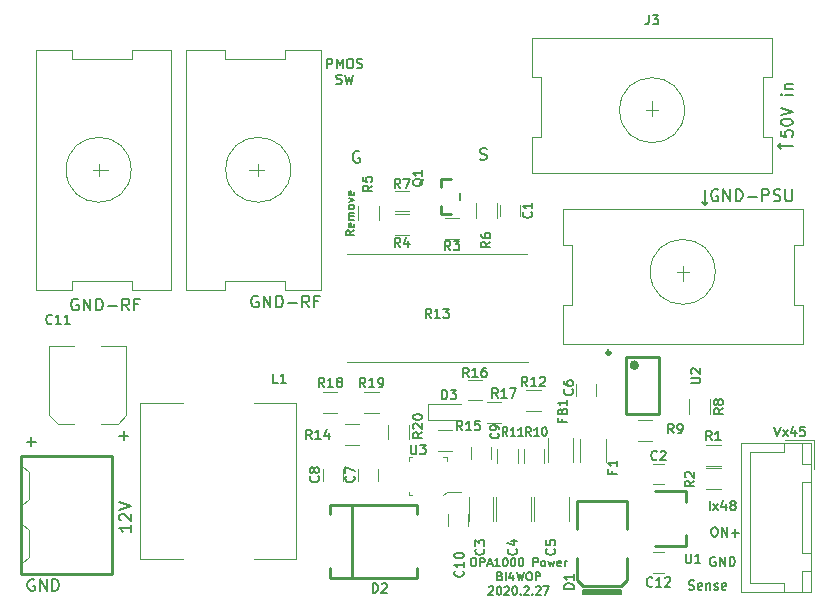
<source format=gbr>
%TF.GenerationSoftware,KiCad,Pcbnew,(5.1.4)-1*%
%TF.CreationDate,2020-02-28T22:37:56+08:00*%
%TF.ProjectId,power,706f7765-722e-46b6-9963-61645f706362,rev?*%
%TF.SameCoordinates,Original*%
%TF.FileFunction,Legend,Top*%
%TF.FilePolarity,Positive*%
%FSLAX46Y46*%
G04 Gerber Fmt 4.6, Leading zero omitted, Abs format (unit mm)*
G04 Created by KiCad (PCBNEW (5.1.4)-1) date 2020-02-28 22:37:56*
%MOMM*%
%LPD*%
G04 APERTURE LIST*
%ADD10C,0.150000*%
%ADD11C,0.120000*%
%ADD12C,0.254000*%
%ADD13C,0.100000*%
%ADD14C,0.300000*%
%ADD15C,0.400000*%
%ADD16C,0.200000*%
%ADD17C,0.250000*%
G04 APERTURE END LIST*
D10*
X48566666Y-36683333D02*
X48233333Y-36916666D01*
X48566666Y-37083333D02*
X47866666Y-37083333D01*
X47866666Y-36816666D01*
X47900000Y-36750000D01*
X47933333Y-36716666D01*
X48000000Y-36683333D01*
X48100000Y-36683333D01*
X48166666Y-36716666D01*
X48200000Y-36750000D01*
X48233333Y-36816666D01*
X48233333Y-37083333D01*
X48533333Y-36116666D02*
X48566666Y-36183333D01*
X48566666Y-36316666D01*
X48533333Y-36383333D01*
X48466666Y-36416666D01*
X48200000Y-36416666D01*
X48133333Y-36383333D01*
X48100000Y-36316666D01*
X48100000Y-36183333D01*
X48133333Y-36116666D01*
X48200000Y-36083333D01*
X48266666Y-36083333D01*
X48333333Y-36416666D01*
X48566666Y-35783333D02*
X48100000Y-35783333D01*
X48166666Y-35783333D02*
X48133333Y-35750000D01*
X48100000Y-35683333D01*
X48100000Y-35583333D01*
X48133333Y-35516666D01*
X48200000Y-35483333D01*
X48566666Y-35483333D01*
X48200000Y-35483333D02*
X48133333Y-35450000D01*
X48100000Y-35383333D01*
X48100000Y-35283333D01*
X48133333Y-35216666D01*
X48200000Y-35183333D01*
X48566666Y-35183333D01*
X48566666Y-34750000D02*
X48533333Y-34816666D01*
X48500000Y-34850000D01*
X48433333Y-34883333D01*
X48233333Y-34883333D01*
X48166666Y-34850000D01*
X48133333Y-34816666D01*
X48100000Y-34750000D01*
X48100000Y-34650000D01*
X48133333Y-34583333D01*
X48166666Y-34550000D01*
X48233333Y-34516666D01*
X48433333Y-34516666D01*
X48500000Y-34550000D01*
X48533333Y-34583333D01*
X48566666Y-34650000D01*
X48566666Y-34750000D01*
X48100000Y-34283333D02*
X48566666Y-34116666D01*
X48100000Y-33950000D01*
X48533333Y-33416666D02*
X48566666Y-33483333D01*
X48566666Y-33616666D01*
X48533333Y-33683333D01*
X48466666Y-33716666D01*
X48200000Y-33716666D01*
X48133333Y-33683333D01*
X48100000Y-33616666D01*
X48100000Y-33483333D01*
X48133333Y-33416666D01*
X48200000Y-33383333D01*
X48266666Y-33383333D01*
X48333333Y-33716666D01*
X58633333Y-64416666D02*
X58766666Y-64416666D01*
X58833333Y-64450000D01*
X58900000Y-64516666D01*
X58933333Y-64650000D01*
X58933333Y-64883333D01*
X58900000Y-65016666D01*
X58833333Y-65083333D01*
X58766666Y-65116666D01*
X58633333Y-65116666D01*
X58566666Y-65083333D01*
X58500000Y-65016666D01*
X58466666Y-64883333D01*
X58466666Y-64650000D01*
X58500000Y-64516666D01*
X58566666Y-64450000D01*
X58633333Y-64416666D01*
X59233333Y-65116666D02*
X59233333Y-64416666D01*
X59500000Y-64416666D01*
X59566666Y-64450000D01*
X59600000Y-64483333D01*
X59633333Y-64550000D01*
X59633333Y-64650000D01*
X59600000Y-64716666D01*
X59566666Y-64750000D01*
X59500000Y-64783333D01*
X59233333Y-64783333D01*
X59900000Y-64916666D02*
X60233333Y-64916666D01*
X59833333Y-65116666D02*
X60066666Y-64416666D01*
X60300000Y-65116666D01*
X60900000Y-65116666D02*
X60500000Y-65116666D01*
X60700000Y-65116666D02*
X60700000Y-64416666D01*
X60633333Y-64516666D01*
X60566666Y-64583333D01*
X60500000Y-64616666D01*
X61333333Y-64416666D02*
X61400000Y-64416666D01*
X61466666Y-64450000D01*
X61500000Y-64483333D01*
X61533333Y-64550000D01*
X61566666Y-64683333D01*
X61566666Y-64850000D01*
X61533333Y-64983333D01*
X61500000Y-65050000D01*
X61466666Y-65083333D01*
X61400000Y-65116666D01*
X61333333Y-65116666D01*
X61266666Y-65083333D01*
X61233333Y-65050000D01*
X61200000Y-64983333D01*
X61166666Y-64850000D01*
X61166666Y-64683333D01*
X61200000Y-64550000D01*
X61233333Y-64483333D01*
X61266666Y-64450000D01*
X61333333Y-64416666D01*
X62000000Y-64416666D02*
X62066666Y-64416666D01*
X62133333Y-64450000D01*
X62166666Y-64483333D01*
X62200000Y-64550000D01*
X62233333Y-64683333D01*
X62233333Y-64850000D01*
X62200000Y-64983333D01*
X62166666Y-65050000D01*
X62133333Y-65083333D01*
X62066666Y-65116666D01*
X62000000Y-65116666D01*
X61933333Y-65083333D01*
X61900000Y-65050000D01*
X61866666Y-64983333D01*
X61833333Y-64850000D01*
X61833333Y-64683333D01*
X61866666Y-64550000D01*
X61900000Y-64483333D01*
X61933333Y-64450000D01*
X62000000Y-64416666D01*
X62666666Y-64416666D02*
X62733333Y-64416666D01*
X62800000Y-64450000D01*
X62833333Y-64483333D01*
X62866666Y-64550000D01*
X62900000Y-64683333D01*
X62900000Y-64850000D01*
X62866666Y-64983333D01*
X62833333Y-65050000D01*
X62800000Y-65083333D01*
X62733333Y-65116666D01*
X62666666Y-65116666D01*
X62600000Y-65083333D01*
X62566666Y-65050000D01*
X62533333Y-64983333D01*
X62500000Y-64850000D01*
X62500000Y-64683333D01*
X62533333Y-64550000D01*
X62566666Y-64483333D01*
X62600000Y-64450000D01*
X62666666Y-64416666D01*
X63733333Y-65116666D02*
X63733333Y-64416666D01*
X64000000Y-64416666D01*
X64066666Y-64450000D01*
X64100000Y-64483333D01*
X64133333Y-64550000D01*
X64133333Y-64650000D01*
X64100000Y-64716666D01*
X64066666Y-64750000D01*
X64000000Y-64783333D01*
X63733333Y-64783333D01*
X64533333Y-65116666D02*
X64466666Y-65083333D01*
X64433333Y-65050000D01*
X64400000Y-64983333D01*
X64400000Y-64783333D01*
X64433333Y-64716666D01*
X64466666Y-64683333D01*
X64533333Y-64650000D01*
X64633333Y-64650000D01*
X64700000Y-64683333D01*
X64733333Y-64716666D01*
X64766666Y-64783333D01*
X64766666Y-64983333D01*
X64733333Y-65050000D01*
X64700000Y-65083333D01*
X64633333Y-65116666D01*
X64533333Y-65116666D01*
X65000000Y-64650000D02*
X65133333Y-65116666D01*
X65266666Y-64783333D01*
X65400000Y-65116666D01*
X65533333Y-64650000D01*
X66066666Y-65083333D02*
X66000000Y-65116666D01*
X65866666Y-65116666D01*
X65800000Y-65083333D01*
X65766666Y-65016666D01*
X65766666Y-64750000D01*
X65800000Y-64683333D01*
X65866666Y-64650000D01*
X66000000Y-64650000D01*
X66066666Y-64683333D01*
X66100000Y-64750000D01*
X66100000Y-64816666D01*
X65766666Y-64883333D01*
X66400000Y-65116666D02*
X66400000Y-64650000D01*
X66400000Y-64783333D02*
X66433333Y-64716666D01*
X66466666Y-64683333D01*
X66533333Y-64650000D01*
X66600000Y-64650000D01*
X60933333Y-65950000D02*
X61033333Y-65983333D01*
X61066666Y-66016666D01*
X61100000Y-66083333D01*
X61100000Y-66183333D01*
X61066666Y-66250000D01*
X61033333Y-66283333D01*
X60966666Y-66316666D01*
X60700000Y-66316666D01*
X60700000Y-65616666D01*
X60933333Y-65616666D01*
X61000000Y-65650000D01*
X61033333Y-65683333D01*
X61066666Y-65750000D01*
X61066666Y-65816666D01*
X61033333Y-65883333D01*
X61000000Y-65916666D01*
X60933333Y-65950000D01*
X60700000Y-65950000D01*
X61400000Y-66316666D02*
X61400000Y-65616666D01*
X62033333Y-65850000D02*
X62033333Y-66316666D01*
X61866666Y-65583333D02*
X61700000Y-66083333D01*
X62133333Y-66083333D01*
X62333333Y-65616666D02*
X62500000Y-66316666D01*
X62633333Y-65816666D01*
X62766666Y-66316666D01*
X62933333Y-65616666D01*
X63333333Y-65616666D02*
X63466666Y-65616666D01*
X63533333Y-65650000D01*
X63600000Y-65716666D01*
X63633333Y-65850000D01*
X63633333Y-66083333D01*
X63600000Y-66216666D01*
X63533333Y-66283333D01*
X63466666Y-66316666D01*
X63333333Y-66316666D01*
X63266666Y-66283333D01*
X63200000Y-66216666D01*
X63166666Y-66083333D01*
X63166666Y-65850000D01*
X63200000Y-65716666D01*
X63266666Y-65650000D01*
X63333333Y-65616666D01*
X63933333Y-66316666D02*
X63933333Y-65616666D01*
X64200000Y-65616666D01*
X64266666Y-65650000D01*
X64300000Y-65683333D01*
X64333333Y-65750000D01*
X64333333Y-65850000D01*
X64300000Y-65916666D01*
X64266666Y-65950000D01*
X64200000Y-65983333D01*
X63933333Y-65983333D01*
X59966666Y-66883333D02*
X60000000Y-66850000D01*
X60066666Y-66816666D01*
X60233333Y-66816666D01*
X60300000Y-66850000D01*
X60333333Y-66883333D01*
X60366666Y-66950000D01*
X60366666Y-67016666D01*
X60333333Y-67116666D01*
X59933333Y-67516666D01*
X60366666Y-67516666D01*
X60800000Y-66816666D02*
X60866666Y-66816666D01*
X60933333Y-66850000D01*
X60966666Y-66883333D01*
X61000000Y-66950000D01*
X61033333Y-67083333D01*
X61033333Y-67250000D01*
X61000000Y-67383333D01*
X60966666Y-67450000D01*
X60933333Y-67483333D01*
X60866666Y-67516666D01*
X60800000Y-67516666D01*
X60733333Y-67483333D01*
X60700000Y-67450000D01*
X60666666Y-67383333D01*
X60633333Y-67250000D01*
X60633333Y-67083333D01*
X60666666Y-66950000D01*
X60700000Y-66883333D01*
X60733333Y-66850000D01*
X60800000Y-66816666D01*
X61300000Y-66883333D02*
X61333333Y-66850000D01*
X61400000Y-66816666D01*
X61566666Y-66816666D01*
X61633333Y-66850000D01*
X61666666Y-66883333D01*
X61700000Y-66950000D01*
X61700000Y-67016666D01*
X61666666Y-67116666D01*
X61266666Y-67516666D01*
X61700000Y-67516666D01*
X62133333Y-66816666D02*
X62200000Y-66816666D01*
X62266666Y-66850000D01*
X62300000Y-66883333D01*
X62333333Y-66950000D01*
X62366666Y-67083333D01*
X62366666Y-67250000D01*
X62333333Y-67383333D01*
X62300000Y-67450000D01*
X62266666Y-67483333D01*
X62200000Y-67516666D01*
X62133333Y-67516666D01*
X62066666Y-67483333D01*
X62033333Y-67450000D01*
X62000000Y-67383333D01*
X61966666Y-67250000D01*
X61966666Y-67083333D01*
X62000000Y-66950000D01*
X62033333Y-66883333D01*
X62066666Y-66850000D01*
X62133333Y-66816666D01*
X62666666Y-67450000D02*
X62700000Y-67483333D01*
X62666666Y-67516666D01*
X62633333Y-67483333D01*
X62666666Y-67450000D01*
X62666666Y-67516666D01*
X62966666Y-66883333D02*
X63000000Y-66850000D01*
X63066666Y-66816666D01*
X63233333Y-66816666D01*
X63300000Y-66850000D01*
X63333333Y-66883333D01*
X63366666Y-66950000D01*
X63366666Y-67016666D01*
X63333333Y-67116666D01*
X62933333Y-67516666D01*
X63366666Y-67516666D01*
X63666666Y-67450000D02*
X63700000Y-67483333D01*
X63666666Y-67516666D01*
X63633333Y-67483333D01*
X63666666Y-67450000D01*
X63666666Y-67516666D01*
X63966666Y-66883333D02*
X64000000Y-66850000D01*
X64066666Y-66816666D01*
X64233333Y-66816666D01*
X64300000Y-66850000D01*
X64333333Y-66883333D01*
X64366666Y-66950000D01*
X64366666Y-67016666D01*
X64333333Y-67116666D01*
X63933333Y-67516666D01*
X64366666Y-67516666D01*
X64600000Y-66816666D02*
X65066666Y-66816666D01*
X64766666Y-67516666D01*
X76900000Y-67073809D02*
X77014285Y-67111904D01*
X77204761Y-67111904D01*
X77280952Y-67073809D01*
X77319047Y-67035714D01*
X77357142Y-66959523D01*
X77357142Y-66883333D01*
X77319047Y-66807142D01*
X77280952Y-66769047D01*
X77204761Y-66730952D01*
X77052380Y-66692857D01*
X76976190Y-66654761D01*
X76938095Y-66616666D01*
X76900000Y-66540476D01*
X76900000Y-66464285D01*
X76938095Y-66388095D01*
X76976190Y-66350000D01*
X77052380Y-66311904D01*
X77242857Y-66311904D01*
X77357142Y-66350000D01*
X78004761Y-67073809D02*
X77928571Y-67111904D01*
X77776190Y-67111904D01*
X77700000Y-67073809D01*
X77661904Y-66997619D01*
X77661904Y-66692857D01*
X77700000Y-66616666D01*
X77776190Y-66578571D01*
X77928571Y-66578571D01*
X78004761Y-66616666D01*
X78042857Y-66692857D01*
X78042857Y-66769047D01*
X77661904Y-66845238D01*
X78385714Y-66578571D02*
X78385714Y-67111904D01*
X78385714Y-66654761D02*
X78423809Y-66616666D01*
X78500000Y-66578571D01*
X78614285Y-66578571D01*
X78690476Y-66616666D01*
X78728571Y-66692857D01*
X78728571Y-67111904D01*
X79071428Y-67073809D02*
X79147619Y-67111904D01*
X79300000Y-67111904D01*
X79376190Y-67073809D01*
X79414285Y-66997619D01*
X79414285Y-66959523D01*
X79376190Y-66883333D01*
X79300000Y-66845238D01*
X79185714Y-66845238D01*
X79109523Y-66807142D01*
X79071428Y-66730952D01*
X79071428Y-66692857D01*
X79109523Y-66616666D01*
X79185714Y-66578571D01*
X79300000Y-66578571D01*
X79376190Y-66616666D01*
X80061904Y-67073809D02*
X79985714Y-67111904D01*
X79833333Y-67111904D01*
X79757142Y-67073809D01*
X79719047Y-66997619D01*
X79719047Y-66692857D01*
X79757142Y-66616666D01*
X79833333Y-66578571D01*
X79985714Y-66578571D01*
X80061904Y-66616666D01*
X80100000Y-66692857D01*
X80100000Y-66769047D01*
X79719047Y-66845238D01*
X79140476Y-64350000D02*
X79064285Y-64311904D01*
X78950000Y-64311904D01*
X78835714Y-64350000D01*
X78759523Y-64426190D01*
X78721428Y-64502380D01*
X78683333Y-64654761D01*
X78683333Y-64769047D01*
X78721428Y-64921428D01*
X78759523Y-64997619D01*
X78835714Y-65073809D01*
X78950000Y-65111904D01*
X79026190Y-65111904D01*
X79140476Y-65073809D01*
X79178571Y-65035714D01*
X79178571Y-64769047D01*
X79026190Y-64769047D01*
X79521428Y-65111904D02*
X79521428Y-64311904D01*
X79978571Y-65111904D01*
X79978571Y-64311904D01*
X80359523Y-65111904D02*
X80359523Y-64311904D01*
X80550000Y-64311904D01*
X80664285Y-64350000D01*
X80740476Y-64426190D01*
X80778571Y-64502380D01*
X80816666Y-64654761D01*
X80816666Y-64769047D01*
X80778571Y-64921428D01*
X80740476Y-64997619D01*
X80664285Y-65073809D01*
X80550000Y-65111904D01*
X80359523Y-65111904D01*
X79009523Y-61811904D02*
X79161904Y-61811904D01*
X79238095Y-61850000D01*
X79314285Y-61926190D01*
X79352380Y-62078571D01*
X79352380Y-62345238D01*
X79314285Y-62497619D01*
X79238095Y-62573809D01*
X79161904Y-62611904D01*
X79009523Y-62611904D01*
X78933333Y-62573809D01*
X78857142Y-62497619D01*
X78819047Y-62345238D01*
X78819047Y-62078571D01*
X78857142Y-61926190D01*
X78933333Y-61850000D01*
X79009523Y-61811904D01*
X79695238Y-62611904D02*
X79695238Y-61811904D01*
X80152380Y-62611904D01*
X80152380Y-61811904D01*
X80533333Y-62307142D02*
X81142857Y-62307142D01*
X80838095Y-62611904D02*
X80838095Y-62002380D01*
X78664285Y-60361904D02*
X78664285Y-59561904D01*
X78969047Y-60361904D02*
X79388095Y-59828571D01*
X78969047Y-59828571D02*
X79388095Y-60361904D01*
X80035714Y-59828571D02*
X80035714Y-60361904D01*
X79845238Y-59523809D02*
X79654761Y-60095238D01*
X80150000Y-60095238D01*
X80569047Y-59904761D02*
X80492857Y-59866666D01*
X80454761Y-59828571D01*
X80416666Y-59752380D01*
X80416666Y-59714285D01*
X80454761Y-59638095D01*
X80492857Y-59600000D01*
X80569047Y-59561904D01*
X80721428Y-59561904D01*
X80797619Y-59600000D01*
X80835714Y-59638095D01*
X80873809Y-59714285D01*
X80873809Y-59752380D01*
X80835714Y-59828571D01*
X80797619Y-59866666D01*
X80721428Y-59904761D01*
X80569047Y-59904761D01*
X80492857Y-59942857D01*
X80454761Y-59980952D01*
X80416666Y-60057142D01*
X80416666Y-60209523D01*
X80454761Y-60285714D01*
X80492857Y-60323809D01*
X80569047Y-60361904D01*
X80721428Y-60361904D01*
X80797619Y-60323809D01*
X80835714Y-60285714D01*
X80873809Y-60209523D01*
X80873809Y-60057142D01*
X80835714Y-59980952D01*
X80797619Y-59942857D01*
X80721428Y-59904761D01*
X84147619Y-53311904D02*
X84414285Y-54111904D01*
X84680952Y-53311904D01*
X84871428Y-54111904D02*
X85290476Y-53578571D01*
X84871428Y-53578571D02*
X85290476Y-54111904D01*
X85938095Y-53578571D02*
X85938095Y-54111904D01*
X85747619Y-53273809D02*
X85557142Y-53845238D01*
X86052380Y-53845238D01*
X86738095Y-53311904D02*
X86357142Y-53311904D01*
X86319047Y-53692857D01*
X86357142Y-53654761D01*
X86433333Y-53616666D01*
X86623809Y-53616666D01*
X86700000Y-53654761D01*
X86738095Y-53692857D01*
X86776190Y-53769047D01*
X86776190Y-53959523D01*
X86738095Y-54035714D01*
X86700000Y-54073809D01*
X86623809Y-54111904D01*
X86433333Y-54111904D01*
X86357142Y-54073809D01*
X86319047Y-54035714D01*
X84500000Y-29500000D02*
X84750000Y-29250001D01*
X84750000Y-29500000D02*
X84500000Y-29500000D01*
X85750000Y-29500000D02*
X84750000Y-29500000D01*
X84750000Y-29250001D02*
X84500000Y-29500000D01*
X84500000Y-29500000D02*
X84750000Y-29750000D01*
X78250000Y-34500000D02*
X78500000Y-34250000D01*
X78000000Y-34250000D02*
X78250000Y-34500000D01*
X78250000Y-34500000D02*
X78000000Y-34250000D01*
X78250000Y-34250000D02*
X78250000Y-34500000D01*
X78250000Y-33250000D02*
X78250000Y-34250000D01*
X79369047Y-33250000D02*
X79273809Y-33202380D01*
X79130952Y-33202380D01*
X78988095Y-33250000D01*
X78892857Y-33345238D01*
X78845238Y-33440476D01*
X78797619Y-33630952D01*
X78797619Y-33773809D01*
X78845238Y-33964285D01*
X78892857Y-34059523D01*
X78988095Y-34154761D01*
X79130952Y-34202380D01*
X79226190Y-34202380D01*
X79369047Y-34154761D01*
X79416666Y-34107142D01*
X79416666Y-33773809D01*
X79226190Y-33773809D01*
X79845238Y-34202380D02*
X79845238Y-33202380D01*
X80416666Y-34202380D01*
X80416666Y-33202380D01*
X80892857Y-34202380D02*
X80892857Y-33202380D01*
X81130952Y-33202380D01*
X81273809Y-33250000D01*
X81369047Y-33345238D01*
X81416666Y-33440476D01*
X81464285Y-33630952D01*
X81464285Y-33773809D01*
X81416666Y-33964285D01*
X81369047Y-34059523D01*
X81273809Y-34154761D01*
X81130952Y-34202380D01*
X80892857Y-34202380D01*
X81892857Y-33821428D02*
X82654761Y-33821428D01*
X83130952Y-34202380D02*
X83130952Y-33202380D01*
X83511904Y-33202380D01*
X83607142Y-33250000D01*
X83654761Y-33297619D01*
X83702380Y-33392857D01*
X83702380Y-33535714D01*
X83654761Y-33630952D01*
X83607142Y-33678571D01*
X83511904Y-33726190D01*
X83130952Y-33726190D01*
X84083333Y-34154761D02*
X84226190Y-34202380D01*
X84464285Y-34202380D01*
X84559523Y-34154761D01*
X84607142Y-34107142D01*
X84654761Y-34011904D01*
X84654761Y-33916666D01*
X84607142Y-33821428D01*
X84559523Y-33773809D01*
X84464285Y-33726190D01*
X84273809Y-33678571D01*
X84178571Y-33630952D01*
X84130952Y-33583333D01*
X84083333Y-33488095D01*
X84083333Y-33392857D01*
X84130952Y-33297619D01*
X84178571Y-33250000D01*
X84273809Y-33202380D01*
X84511904Y-33202380D01*
X84654761Y-33250000D01*
X85083333Y-33202380D02*
X85083333Y-34011904D01*
X85130952Y-34107142D01*
X85178571Y-34154761D01*
X85273809Y-34202380D01*
X85464285Y-34202380D01*
X85559523Y-34154761D01*
X85607142Y-34107142D01*
X85654761Y-34011904D01*
X85654761Y-33202380D01*
X84702380Y-28238095D02*
X84702380Y-28714285D01*
X85178571Y-28761904D01*
X85130952Y-28714285D01*
X85083333Y-28619047D01*
X85083333Y-28380952D01*
X85130952Y-28285714D01*
X85178571Y-28238095D01*
X85273809Y-28190476D01*
X85511904Y-28190476D01*
X85607142Y-28238095D01*
X85654761Y-28285714D01*
X85702380Y-28380952D01*
X85702380Y-28619047D01*
X85654761Y-28714285D01*
X85607142Y-28761904D01*
X84702380Y-27571428D02*
X84702380Y-27476190D01*
X84750000Y-27380952D01*
X84797619Y-27333333D01*
X84892857Y-27285714D01*
X85083333Y-27238095D01*
X85321428Y-27238095D01*
X85511904Y-27285714D01*
X85607142Y-27333333D01*
X85654761Y-27380952D01*
X85702380Y-27476190D01*
X85702380Y-27571428D01*
X85654761Y-27666666D01*
X85607142Y-27714285D01*
X85511904Y-27761904D01*
X85321428Y-27809523D01*
X85083333Y-27809523D01*
X84892857Y-27761904D01*
X84797619Y-27714285D01*
X84750000Y-27666666D01*
X84702380Y-27571428D01*
X84702380Y-26952380D02*
X85702380Y-26619047D01*
X84702380Y-26285714D01*
X85702380Y-25190476D02*
X85035714Y-25190476D01*
X84702380Y-25190476D02*
X84750000Y-25238095D01*
X84797619Y-25190476D01*
X84750000Y-25142857D01*
X84702380Y-25190476D01*
X84797619Y-25190476D01*
X85035714Y-24714285D02*
X85702380Y-24714285D01*
X85130952Y-24714285D02*
X85083333Y-24666666D01*
X85035714Y-24571428D01*
X85035714Y-24428571D01*
X85083333Y-24333333D01*
X85178571Y-24285714D01*
X85702380Y-24285714D01*
X46283333Y-22936904D02*
X46283333Y-22136904D01*
X46588095Y-22136904D01*
X46664285Y-22175000D01*
X46702380Y-22213095D01*
X46740476Y-22289285D01*
X46740476Y-22403571D01*
X46702380Y-22479761D01*
X46664285Y-22517857D01*
X46588095Y-22555952D01*
X46283333Y-22555952D01*
X47083333Y-22936904D02*
X47083333Y-22136904D01*
X47350000Y-22708333D01*
X47616666Y-22136904D01*
X47616666Y-22936904D01*
X48150000Y-22136904D02*
X48302380Y-22136904D01*
X48378571Y-22175000D01*
X48454761Y-22251190D01*
X48492857Y-22403571D01*
X48492857Y-22670238D01*
X48454761Y-22822619D01*
X48378571Y-22898809D01*
X48302380Y-22936904D01*
X48150000Y-22936904D01*
X48073809Y-22898809D01*
X47997619Y-22822619D01*
X47959523Y-22670238D01*
X47959523Y-22403571D01*
X47997619Y-22251190D01*
X48073809Y-22175000D01*
X48150000Y-22136904D01*
X48797619Y-22898809D02*
X48911904Y-22936904D01*
X49102380Y-22936904D01*
X49178571Y-22898809D01*
X49216666Y-22860714D01*
X49254761Y-22784523D01*
X49254761Y-22708333D01*
X49216666Y-22632142D01*
X49178571Y-22594047D01*
X49102380Y-22555952D01*
X48950000Y-22517857D01*
X48873809Y-22479761D01*
X48835714Y-22441666D01*
X48797619Y-22365476D01*
X48797619Y-22289285D01*
X48835714Y-22213095D01*
X48873809Y-22175000D01*
X48950000Y-22136904D01*
X49140476Y-22136904D01*
X49254761Y-22175000D01*
X47064285Y-24248809D02*
X47178571Y-24286904D01*
X47369047Y-24286904D01*
X47445238Y-24248809D01*
X47483333Y-24210714D01*
X47521428Y-24134523D01*
X47521428Y-24058333D01*
X47483333Y-23982142D01*
X47445238Y-23944047D01*
X47369047Y-23905952D01*
X47216666Y-23867857D01*
X47140476Y-23829761D01*
X47102380Y-23791666D01*
X47064285Y-23715476D01*
X47064285Y-23639285D01*
X47102380Y-23563095D01*
X47140476Y-23525000D01*
X47216666Y-23486904D01*
X47407142Y-23486904D01*
X47521428Y-23525000D01*
X47788095Y-23486904D02*
X47978571Y-24286904D01*
X48130952Y-23715476D01*
X48283333Y-24286904D01*
X48473809Y-23486904D01*
X49011904Y-30000000D02*
X48916666Y-29952380D01*
X48773809Y-29952380D01*
X48630952Y-30000000D01*
X48535714Y-30095238D01*
X48488095Y-30190476D01*
X48440476Y-30380952D01*
X48440476Y-30523809D01*
X48488095Y-30714285D01*
X48535714Y-30809523D01*
X48630952Y-30904761D01*
X48773809Y-30952380D01*
X48869047Y-30952380D01*
X49011904Y-30904761D01*
X49059523Y-30857142D01*
X49059523Y-30523809D01*
X48869047Y-30523809D01*
X59214285Y-30654761D02*
X59357142Y-30702380D01*
X59595238Y-30702380D01*
X59690476Y-30654761D01*
X59738095Y-30607142D01*
X59785714Y-30511904D01*
X59785714Y-30416666D01*
X59738095Y-30321428D01*
X59690476Y-30273809D01*
X59595238Y-30226190D01*
X59404761Y-30178571D01*
X59309523Y-30130952D01*
X59261904Y-30083333D01*
X59214285Y-29988095D01*
X59214285Y-29892857D01*
X59261904Y-29797619D01*
X59309523Y-29750000D01*
X59404761Y-29702380D01*
X59642857Y-29702380D01*
X59785714Y-29750000D01*
X21488095Y-66250000D02*
X21392857Y-66202380D01*
X21250000Y-66202380D01*
X21107142Y-66250000D01*
X21011904Y-66345238D01*
X20964285Y-66440476D01*
X20916666Y-66630952D01*
X20916666Y-66773809D01*
X20964285Y-66964285D01*
X21011904Y-67059523D01*
X21107142Y-67154761D01*
X21250000Y-67202380D01*
X21345238Y-67202380D01*
X21488095Y-67154761D01*
X21535714Y-67107142D01*
X21535714Y-66773809D01*
X21345238Y-66773809D01*
X21964285Y-67202380D02*
X21964285Y-66202380D01*
X22535714Y-67202380D01*
X22535714Y-66202380D01*
X23011904Y-67202380D02*
X23011904Y-66202380D01*
X23250000Y-66202380D01*
X23392857Y-66250000D01*
X23488095Y-66345238D01*
X23535714Y-66440476D01*
X23583333Y-66630952D01*
X23583333Y-66773809D01*
X23535714Y-66964285D01*
X23488095Y-67059523D01*
X23392857Y-67154761D01*
X23250000Y-67202380D01*
X23011904Y-67202380D01*
X20869047Y-54571428D02*
X21630952Y-54571428D01*
X21250000Y-54952380D02*
X21250000Y-54190476D01*
X29702380Y-61619047D02*
X29702380Y-62190476D01*
X29702380Y-61904761D02*
X28702380Y-61904761D01*
X28845238Y-62000000D01*
X28940476Y-62095238D01*
X28988095Y-62190476D01*
X28797619Y-61238095D02*
X28750000Y-61190476D01*
X28702380Y-61095238D01*
X28702380Y-60857142D01*
X28750000Y-60761904D01*
X28797619Y-60714285D01*
X28892857Y-60666666D01*
X28988095Y-60666666D01*
X29130952Y-60714285D01*
X29702380Y-61285714D01*
X29702380Y-60666666D01*
X28702380Y-60380952D02*
X29702380Y-60047619D01*
X28702380Y-59714285D01*
X40440476Y-42250000D02*
X40345238Y-42202380D01*
X40202380Y-42202380D01*
X40059523Y-42250000D01*
X39964285Y-42345238D01*
X39916666Y-42440476D01*
X39869047Y-42630952D01*
X39869047Y-42773809D01*
X39916666Y-42964285D01*
X39964285Y-43059523D01*
X40059523Y-43154761D01*
X40202380Y-43202380D01*
X40297619Y-43202380D01*
X40440476Y-43154761D01*
X40488095Y-43107142D01*
X40488095Y-42773809D01*
X40297619Y-42773809D01*
X40916666Y-43202380D02*
X40916666Y-42202380D01*
X41488095Y-43202380D01*
X41488095Y-42202380D01*
X41964285Y-43202380D02*
X41964285Y-42202380D01*
X42202380Y-42202380D01*
X42345238Y-42250000D01*
X42440476Y-42345238D01*
X42488095Y-42440476D01*
X42535714Y-42630952D01*
X42535714Y-42773809D01*
X42488095Y-42964285D01*
X42440476Y-43059523D01*
X42345238Y-43154761D01*
X42202380Y-43202380D01*
X41964285Y-43202380D01*
X42964285Y-42821428D02*
X43726190Y-42821428D01*
X44773809Y-43202380D02*
X44440476Y-42726190D01*
X44202380Y-43202380D02*
X44202380Y-42202380D01*
X44583333Y-42202380D01*
X44678571Y-42250000D01*
X44726190Y-42297619D01*
X44773809Y-42392857D01*
X44773809Y-42535714D01*
X44726190Y-42630952D01*
X44678571Y-42678571D01*
X44583333Y-42726190D01*
X44202380Y-42726190D01*
X45535714Y-42678571D02*
X45202380Y-42678571D01*
X45202380Y-43202380D02*
X45202380Y-42202380D01*
X45678571Y-42202380D01*
X25190476Y-42500000D02*
X25095238Y-42452380D01*
X24952380Y-42452380D01*
X24809523Y-42500000D01*
X24714285Y-42595238D01*
X24666666Y-42690476D01*
X24619047Y-42880952D01*
X24619047Y-43023809D01*
X24666666Y-43214285D01*
X24714285Y-43309523D01*
X24809523Y-43404761D01*
X24952380Y-43452380D01*
X25047619Y-43452380D01*
X25190476Y-43404761D01*
X25238095Y-43357142D01*
X25238095Y-43023809D01*
X25047619Y-43023809D01*
X25666666Y-43452380D02*
X25666666Y-42452380D01*
X26238095Y-43452380D01*
X26238095Y-42452380D01*
X26714285Y-43452380D02*
X26714285Y-42452380D01*
X26952380Y-42452380D01*
X27095238Y-42500000D01*
X27190476Y-42595238D01*
X27238095Y-42690476D01*
X27285714Y-42880952D01*
X27285714Y-43023809D01*
X27238095Y-43214285D01*
X27190476Y-43309523D01*
X27095238Y-43404761D01*
X26952380Y-43452380D01*
X26714285Y-43452380D01*
X27714285Y-43071428D02*
X28476190Y-43071428D01*
X29523809Y-43452380D02*
X29190476Y-42976190D01*
X28952380Y-43452380D02*
X28952380Y-42452380D01*
X29333333Y-42452380D01*
X29428571Y-42500000D01*
X29476190Y-42547619D01*
X29523809Y-42642857D01*
X29523809Y-42785714D01*
X29476190Y-42880952D01*
X29428571Y-42928571D01*
X29333333Y-42976190D01*
X28952380Y-42976190D01*
X30285714Y-42928571D02*
X29952380Y-42928571D01*
X29952380Y-43452380D02*
X29952380Y-42452380D01*
X30428571Y-42452380D01*
D11*
X73845000Y-65653000D02*
X74845000Y-65653000D01*
X74845000Y-63953000D02*
X73845000Y-63953000D01*
D12*
X48400000Y-66100000D02*
X48400000Y-59900000D01*
X53900000Y-66100000D02*
X53900000Y-65300000D01*
X46500000Y-66100000D02*
X53900000Y-66100000D01*
X46500000Y-66100000D02*
X46500000Y-65300000D01*
X53900000Y-60700000D02*
X53900000Y-59900000D01*
X46500000Y-59900000D02*
X53900000Y-59900000D01*
X46500000Y-60700000D02*
X46500000Y-59900000D01*
D13*
X56400000Y-58800001D02*
X57600000Y-58800001D01*
X56100000Y-59100001D02*
X56400000Y-58800001D01*
X56400000Y-55900001D02*
X56400000Y-56200001D01*
X56100000Y-55900001D02*
X56400000Y-55900001D01*
X53200000Y-55900001D02*
X53500000Y-55900001D01*
X53200000Y-56200001D02*
X53200000Y-55900001D01*
X53200000Y-59100001D02*
X53200000Y-58800001D01*
X53500000Y-59100001D02*
X53200000Y-59100001D01*
D12*
X71600000Y-47400000D02*
X71600000Y-52200000D01*
X74400000Y-47400000D02*
X74400000Y-52200000D01*
X71600000Y-47400000D02*
X74400000Y-47400000D01*
X71600000Y-52200000D02*
X74400000Y-52200000D01*
D14*
X70250000Y-47050000D02*
G75*
G03X70250000Y-47050000I-150000J0D01*
G01*
D15*
X72500000Y-48100000D02*
G75*
G03X72500000Y-48100000I-200000J0D01*
G01*
D12*
X76645000Y-58774000D02*
X74045000Y-58774000D01*
X76645000Y-58774000D02*
X76645000Y-59674000D01*
X76645000Y-63374000D02*
X74045000Y-63374000D01*
X76645000Y-62474000D02*
X76645000Y-63374000D01*
D11*
X53204000Y-53121000D02*
X53204000Y-54321000D01*
X51444000Y-54321000D02*
X51444000Y-53121000D01*
X49450000Y-50370000D02*
X50650000Y-50370000D01*
X50650000Y-52130000D02*
X49450000Y-52130000D01*
X45950000Y-50370000D02*
X47150000Y-50370000D01*
X47150000Y-52130000D02*
X45950000Y-52130000D01*
X59800000Y-51190000D02*
X61000000Y-51190000D01*
X61000000Y-52950000D02*
X59800000Y-52950000D01*
X59400000Y-51080000D02*
X58200000Y-51080000D01*
X58200000Y-49320000D02*
X59400000Y-49320000D01*
X56900000Y-55380000D02*
X55700000Y-55380000D01*
X55700000Y-53620000D02*
X56900000Y-53620000D01*
X48987000Y-54855000D02*
X47787000Y-54855000D01*
X47787000Y-53095000D02*
X48987000Y-53095000D01*
X48000000Y-47850000D02*
X63300000Y-47850000D01*
X47950000Y-38650000D02*
X63250000Y-38650000D01*
X64354000Y-51934000D02*
X63154000Y-51934000D01*
X63154000Y-50174000D02*
X64354000Y-50174000D01*
X60670000Y-56350000D02*
X60670000Y-55150000D01*
X62430000Y-55150000D02*
X62430000Y-56350000D01*
X62920000Y-56350000D02*
X62920000Y-55150000D01*
X64680000Y-55150000D02*
X64680000Y-56350000D01*
X72600000Y-52720000D02*
X73800000Y-52720000D01*
X73800000Y-54480000D02*
X72600000Y-54480000D01*
X78680000Y-51000000D02*
X78680000Y-52200000D01*
X76920000Y-52200000D02*
X76920000Y-51000000D01*
X52000000Y-35320000D02*
X53200000Y-35320000D01*
X53200000Y-37080000D02*
X52000000Y-37080000D01*
X60680000Y-34400000D02*
X60680000Y-35600000D01*
X58920000Y-35600000D02*
X58920000Y-34400000D01*
X50680000Y-34600000D02*
X50680000Y-35800000D01*
X48920000Y-35800000D02*
X48920000Y-34600000D01*
X53200000Y-35080000D02*
X52000000Y-35080000D01*
X52000000Y-33320000D02*
X53200000Y-33320000D01*
X57463000Y-37408000D02*
X56263000Y-37408000D01*
X56263000Y-35648000D02*
X57463000Y-35648000D01*
X79594000Y-58538000D02*
X78394000Y-58538000D01*
X78394000Y-56778000D02*
X79594000Y-56778000D01*
X78394000Y-54873000D02*
X79594000Y-54873000D01*
X79594000Y-56633000D02*
X78394000Y-56633000D01*
D16*
X57500000Y-34100000D02*
X57500000Y-33500000D01*
D12*
X55950000Y-35260000D02*
X55950000Y-34600000D01*
X55950000Y-35260000D02*
X56765000Y-35260000D01*
X55950000Y-32340000D02*
X56765000Y-32340000D01*
X55950000Y-33000000D02*
X55950000Y-32340000D01*
X55950000Y-33000000D02*
X55950000Y-32340000D01*
X55950000Y-33000000D02*
X55950000Y-32340000D01*
D11*
X30484000Y-51312000D02*
X34084000Y-51312000D01*
X30484000Y-64512000D02*
X30484000Y-51312000D01*
X34084000Y-64512000D02*
X30484000Y-64512000D01*
X43684000Y-64512000D02*
X40084000Y-64512000D01*
X43684000Y-51312000D02*
X43684000Y-64512000D01*
X40084000Y-51312000D02*
X43684000Y-51312000D01*
X21060000Y-64346000D02*
X20425000Y-64854000D01*
X20425000Y-61552000D02*
X21060000Y-62060000D01*
X21060000Y-62060000D02*
X21060000Y-64346000D01*
X21060000Y-59393000D02*
X20425000Y-59901000D01*
X21060000Y-57107000D02*
X21060000Y-59393000D01*
X20425000Y-56599000D02*
X21060000Y-57107000D01*
D17*
X20400000Y-55750000D02*
X20400000Y-65750000D01*
X28100000Y-65750000D02*
X20400000Y-65750000D01*
X28100000Y-55750000D02*
X28100000Y-65750000D01*
X28100000Y-55750000D02*
X20400000Y-55750000D01*
D11*
X27708000Y-31550000D02*
X26438000Y-31550000D01*
X26946000Y-31042000D02*
X26946000Y-32058000D01*
X33042000Y-41710000D02*
X33042000Y-21390000D01*
X29740000Y-41710000D02*
X33042000Y-41710000D01*
X29740000Y-40948000D02*
X29740000Y-41710000D01*
X24660000Y-40948000D02*
X29740000Y-40948000D01*
X24660000Y-41710000D02*
X24660000Y-40948000D01*
X21612000Y-41710000D02*
X24660000Y-41710000D01*
X21612000Y-21390000D02*
X21612000Y-41710000D01*
X24660000Y-21390000D02*
X21612000Y-21390000D01*
X24660000Y-22152000D02*
X24660000Y-21390000D01*
X29740000Y-22152000D02*
X24660000Y-22152000D01*
X29740000Y-21390000D02*
X29740000Y-22152000D01*
X33042000Y-21390000D02*
X29740000Y-21390000D01*
X33042000Y-22152000D02*
X33042000Y-21390000D01*
X29693430Y-31550000D02*
G75*
G03X29693430Y-31550000I-2747430J0D01*
G01*
X39692000Y-31550000D02*
X40962000Y-31550000D01*
X40454000Y-32058000D02*
X40454000Y-31042000D01*
X34358000Y-21390000D02*
X34358000Y-41710000D01*
X37660000Y-21390000D02*
X34358000Y-21390000D01*
X37660000Y-22152000D02*
X37660000Y-21390000D01*
X42740000Y-22152000D02*
X37660000Y-22152000D01*
X42740000Y-21390000D02*
X42740000Y-22152000D01*
X45788000Y-21390000D02*
X42740000Y-21390000D01*
X45788000Y-41710000D02*
X45788000Y-21390000D01*
X42740000Y-41710000D02*
X45788000Y-41710000D01*
X42740000Y-40948000D02*
X42740000Y-41710000D01*
X37660000Y-40948000D02*
X42740000Y-40948000D01*
X37660000Y-41710000D02*
X37660000Y-40948000D01*
X34358000Y-41710000D02*
X37660000Y-41710000D01*
X34358000Y-40948000D02*
X34358000Y-41710000D01*
X43201430Y-31550000D02*
G75*
G03X43201430Y-31550000I-2747430J0D01*
G01*
X87550000Y-54400000D02*
X85050000Y-54400000D01*
X87550000Y-56900000D02*
X87550000Y-54400000D01*
X82050000Y-66550000D02*
X82050000Y-61000000D01*
X85000000Y-66550000D02*
X82050000Y-66550000D01*
X85000000Y-67300000D02*
X85000000Y-66550000D01*
X82050000Y-55450000D02*
X82050000Y-61000000D01*
X85000000Y-55450000D02*
X82050000Y-55450000D01*
X85000000Y-54700000D02*
X85000000Y-55450000D01*
X87250000Y-67300000D02*
X87250000Y-65500000D01*
X86500000Y-67300000D02*
X87250000Y-67300000D01*
X86500000Y-65500000D02*
X86500000Y-67300000D01*
X87250000Y-65500000D02*
X86500000Y-65500000D01*
X87250000Y-56500000D02*
X87250000Y-54700000D01*
X86500000Y-56500000D02*
X87250000Y-56500000D01*
X86500000Y-54700000D02*
X86500000Y-56500000D01*
X87250000Y-54700000D02*
X86500000Y-54700000D01*
X87250000Y-64000000D02*
X87250000Y-58000000D01*
X86500000Y-64000000D02*
X87250000Y-64000000D01*
X86500000Y-58000000D02*
X86500000Y-64000000D01*
X87250000Y-58000000D02*
X86500000Y-58000000D01*
X87250000Y-67300000D02*
X87250000Y-54700000D01*
X81300000Y-67300000D02*
X87250000Y-67300000D01*
X81300000Y-54700000D02*
X81300000Y-67300000D01*
X87250000Y-54700000D02*
X81300000Y-54700000D01*
X73800000Y-25742000D02*
X73800000Y-27012000D01*
X73292000Y-26504000D02*
X74308000Y-26504000D01*
X83960000Y-20408000D02*
X63640000Y-20408000D01*
X83960000Y-23710000D02*
X83960000Y-20408000D01*
X83198000Y-23710000D02*
X83960000Y-23710000D01*
X83198000Y-28790000D02*
X83198000Y-23710000D01*
X83960000Y-28790000D02*
X83198000Y-28790000D01*
X83960000Y-31838000D02*
X83960000Y-28790000D01*
X63640000Y-31838000D02*
X83960000Y-31838000D01*
X63640000Y-28790000D02*
X63640000Y-31838000D01*
X64402000Y-28790000D02*
X63640000Y-28790000D01*
X64402000Y-23710000D02*
X64402000Y-28790000D01*
X63640000Y-23710000D02*
X64402000Y-23710000D01*
X63640000Y-20408000D02*
X63640000Y-23710000D01*
X64402000Y-20408000D02*
X63640000Y-20408000D01*
X76547430Y-26504000D02*
G75*
G03X76547430Y-26504000I-2747430J0D01*
G01*
X76400000Y-40958000D02*
X76400000Y-39688000D01*
X76908000Y-40196000D02*
X75892000Y-40196000D01*
X66240000Y-46292000D02*
X86560000Y-46292000D01*
X66240000Y-42990000D02*
X66240000Y-46292000D01*
X67002000Y-42990000D02*
X66240000Y-42990000D01*
X67002000Y-37910000D02*
X67002000Y-42990000D01*
X66240000Y-37910000D02*
X67002000Y-37910000D01*
X66240000Y-34862000D02*
X66240000Y-37910000D01*
X86560000Y-34862000D02*
X66240000Y-34862000D01*
X86560000Y-37910000D02*
X86560000Y-34862000D01*
X85798000Y-37910000D02*
X86560000Y-37910000D01*
X85798000Y-42990000D02*
X85798000Y-37910000D01*
X86560000Y-42990000D02*
X85798000Y-42990000D01*
X86560000Y-46292000D02*
X86560000Y-42990000D01*
X85798000Y-46292000D02*
X86560000Y-46292000D01*
X79147430Y-40196000D02*
G75*
G03X79147430Y-40196000I-2747430J0D01*
G01*
X67120000Y-54250000D02*
X67120000Y-56250000D01*
X64980000Y-56250000D02*
X64980000Y-54250000D01*
X67731000Y-56324000D02*
X67731000Y-54324000D01*
X69871000Y-54324000D02*
X69871000Y-56324000D01*
X54800000Y-51370000D02*
X57600000Y-51370000D01*
X54800000Y-52770000D02*
X57600000Y-52770000D01*
X54800000Y-51370000D02*
X54800000Y-52770000D01*
D10*
G36*
X71163000Y-67494000D02*
G01*
X71163000Y-67094000D01*
X67963000Y-67094000D01*
X67963000Y-67494000D01*
X71163000Y-67494000D01*
G37*
X71163000Y-67494000D02*
X71163000Y-67094000D01*
X67963000Y-67094000D01*
X67963000Y-67494000D01*
X71163000Y-67494000D01*
D12*
X71163000Y-66823000D02*
X71663000Y-66298000D01*
X67963000Y-66823000D02*
X67463000Y-66298000D01*
X67463000Y-61998000D02*
X67463000Y-59573000D01*
X71663000Y-61998000D02*
X71663000Y-59573000D01*
X71663000Y-66298000D02*
X71663000Y-64398000D01*
X67463000Y-66298000D02*
X67463000Y-64398000D01*
X71663000Y-59573000D02*
X67463000Y-59573000D01*
X71163000Y-66823000D02*
X67963000Y-66823000D01*
D11*
X22700000Y-52340000D02*
X22700000Y-46500000D01*
X23460000Y-53100000D02*
X22700000Y-52340000D01*
X29300000Y-52340000D02*
X28540000Y-53100000D01*
X29300000Y-46500000D02*
X29300000Y-52340000D01*
X23460000Y-53100000D02*
X24880000Y-53100000D01*
X28540000Y-53100000D02*
X27120000Y-53100000D01*
X22700000Y-46500000D02*
X24880000Y-46500000D01*
X29300000Y-46500000D02*
X27120000Y-46500000D01*
X58254000Y-61730000D02*
X58254000Y-60730000D01*
X56554000Y-60730000D02*
X56554000Y-61730000D01*
X60150001Y-56000000D02*
X60150001Y-55000000D01*
X58450001Y-55000000D02*
X58450001Y-56000000D01*
X45950001Y-56873000D02*
X45950001Y-57873000D01*
X47650001Y-57873000D02*
X47650001Y-56873000D01*
X48934000Y-56873000D02*
X48934000Y-57873000D01*
X50634000Y-57873000D02*
X50634000Y-56873000D01*
X67350000Y-49719000D02*
X67350000Y-50719000D01*
X69050000Y-50719000D02*
X69050000Y-49719000D01*
X63820000Y-59254000D02*
X63820000Y-61254000D01*
X66780000Y-61254000D02*
X66780000Y-59254000D01*
X60570000Y-59254000D02*
X60570000Y-61254000D01*
X63530000Y-61254000D02*
X63530000Y-59254000D01*
X58280001Y-59254000D02*
X58280001Y-61254000D01*
X60320001Y-61254000D02*
X60320001Y-59254000D01*
X73845000Y-58124000D02*
X74845000Y-58124000D01*
X74845000Y-56424000D02*
X73845000Y-56424000D01*
X60950000Y-34500000D02*
X60950000Y-35500000D01*
X62650000Y-35500000D02*
X62650000Y-34500000D01*
D10*
X73830714Y-66785714D02*
X73792619Y-66823809D01*
X73678333Y-66861904D01*
X73602142Y-66861904D01*
X73487857Y-66823809D01*
X73411666Y-66747619D01*
X73373571Y-66671428D01*
X73335476Y-66519047D01*
X73335476Y-66404761D01*
X73373571Y-66252380D01*
X73411666Y-66176190D01*
X73487857Y-66100000D01*
X73602142Y-66061904D01*
X73678333Y-66061904D01*
X73792619Y-66100000D01*
X73830714Y-66138095D01*
X74592619Y-66861904D02*
X74135476Y-66861904D01*
X74364047Y-66861904D02*
X74364047Y-66061904D01*
X74287857Y-66176190D01*
X74211666Y-66252380D01*
X74135476Y-66290476D01*
X74897380Y-66138095D02*
X74935476Y-66100000D01*
X75011666Y-66061904D01*
X75202142Y-66061904D01*
X75278333Y-66100000D01*
X75316428Y-66138095D01*
X75354523Y-66214285D01*
X75354523Y-66290476D01*
X75316428Y-66404761D01*
X74859285Y-66861904D01*
X75354523Y-66861904D01*
X50159523Y-67361904D02*
X50159523Y-66561904D01*
X50350000Y-66561904D01*
X50464285Y-66600000D01*
X50540476Y-66676190D01*
X50578571Y-66752380D01*
X50616666Y-66904761D01*
X50616666Y-67019047D01*
X50578571Y-67171428D01*
X50540476Y-67247619D01*
X50464285Y-67323809D01*
X50350000Y-67361904D01*
X50159523Y-67361904D01*
X50921428Y-66638095D02*
X50959523Y-66600000D01*
X51035714Y-66561904D01*
X51226190Y-66561904D01*
X51302380Y-66600000D01*
X51340476Y-66638095D01*
X51378571Y-66714285D01*
X51378571Y-66790476D01*
X51340476Y-66904761D01*
X50883333Y-67361904D01*
X51378571Y-67361904D01*
X53390476Y-54811904D02*
X53390476Y-55459523D01*
X53428571Y-55535714D01*
X53466666Y-55573809D01*
X53542857Y-55611904D01*
X53695238Y-55611904D01*
X53771428Y-55573809D01*
X53809523Y-55535714D01*
X53847619Y-55459523D01*
X53847619Y-54811904D01*
X54152380Y-54811904D02*
X54647619Y-54811904D01*
X54380952Y-55116666D01*
X54495238Y-55116666D01*
X54571428Y-55154761D01*
X54609523Y-55192857D01*
X54647619Y-55269047D01*
X54647619Y-55459523D01*
X54609523Y-55535714D01*
X54571428Y-55573809D01*
X54495238Y-55611904D01*
X54266666Y-55611904D01*
X54190476Y-55573809D01*
X54152380Y-55535714D01*
X77061904Y-49609523D02*
X77709523Y-49609523D01*
X77785714Y-49571428D01*
X77823809Y-49533333D01*
X77861904Y-49457142D01*
X77861904Y-49304761D01*
X77823809Y-49228571D01*
X77785714Y-49190476D01*
X77709523Y-49152380D01*
X77061904Y-49152380D01*
X77138095Y-48809523D02*
X77100000Y-48771428D01*
X77061904Y-48695238D01*
X77061904Y-48504761D01*
X77100000Y-48428571D01*
X77138095Y-48390476D01*
X77214285Y-48352380D01*
X77290476Y-48352380D01*
X77404761Y-48390476D01*
X77861904Y-48847619D01*
X77861904Y-48352380D01*
X76640476Y-64061904D02*
X76640476Y-64709523D01*
X76678571Y-64785714D01*
X76716666Y-64823809D01*
X76792857Y-64861904D01*
X76945238Y-64861904D01*
X77021428Y-64823809D01*
X77059523Y-64785714D01*
X77097619Y-64709523D01*
X77097619Y-64061904D01*
X77897619Y-64861904D02*
X77440476Y-64861904D01*
X77669047Y-64861904D02*
X77669047Y-64061904D01*
X77592857Y-64176190D01*
X77516666Y-64252380D01*
X77440476Y-64290476D01*
X54335904Y-53764285D02*
X53954952Y-54030952D01*
X54335904Y-54221428D02*
X53535904Y-54221428D01*
X53535904Y-53916666D01*
X53574000Y-53840476D01*
X53612095Y-53802380D01*
X53688285Y-53764285D01*
X53802571Y-53764285D01*
X53878761Y-53802380D01*
X53916857Y-53840476D01*
X53954952Y-53916666D01*
X53954952Y-54221428D01*
X53612095Y-53459523D02*
X53574000Y-53421428D01*
X53535904Y-53345238D01*
X53535904Y-53154761D01*
X53574000Y-53078571D01*
X53612095Y-53040476D01*
X53688285Y-53002380D01*
X53764476Y-53002380D01*
X53878761Y-53040476D01*
X54335904Y-53497619D01*
X54335904Y-53002380D01*
X53535904Y-52507142D02*
X53535904Y-52430952D01*
X53574000Y-52354761D01*
X53612095Y-52316666D01*
X53688285Y-52278571D01*
X53840666Y-52240476D01*
X54031142Y-52240476D01*
X54183523Y-52278571D01*
X54259714Y-52316666D01*
X54297809Y-52354761D01*
X54335904Y-52430952D01*
X54335904Y-52507142D01*
X54297809Y-52583333D01*
X54259714Y-52621428D01*
X54183523Y-52659523D01*
X54031142Y-52697619D01*
X53840666Y-52697619D01*
X53688285Y-52659523D01*
X53612095Y-52621428D01*
X53574000Y-52583333D01*
X53535904Y-52507142D01*
X49535714Y-49961904D02*
X49269047Y-49580952D01*
X49078571Y-49961904D02*
X49078571Y-49161904D01*
X49383333Y-49161904D01*
X49459523Y-49200000D01*
X49497619Y-49238095D01*
X49535714Y-49314285D01*
X49535714Y-49428571D01*
X49497619Y-49504761D01*
X49459523Y-49542857D01*
X49383333Y-49580952D01*
X49078571Y-49580952D01*
X50297619Y-49961904D02*
X49840476Y-49961904D01*
X50069047Y-49961904D02*
X50069047Y-49161904D01*
X49992857Y-49276190D01*
X49916666Y-49352380D01*
X49840476Y-49390476D01*
X50678571Y-49961904D02*
X50830952Y-49961904D01*
X50907142Y-49923809D01*
X50945238Y-49885714D01*
X51021428Y-49771428D01*
X51059523Y-49619047D01*
X51059523Y-49314285D01*
X51021428Y-49238095D01*
X50983333Y-49200000D01*
X50907142Y-49161904D01*
X50754761Y-49161904D01*
X50678571Y-49200000D01*
X50640476Y-49238095D01*
X50602380Y-49314285D01*
X50602380Y-49504761D01*
X50640476Y-49580952D01*
X50678571Y-49619047D01*
X50754761Y-49657142D01*
X50907142Y-49657142D01*
X50983333Y-49619047D01*
X51021428Y-49580952D01*
X51059523Y-49504761D01*
X46035714Y-49961904D02*
X45769047Y-49580952D01*
X45578571Y-49961904D02*
X45578571Y-49161904D01*
X45883333Y-49161904D01*
X45959523Y-49200000D01*
X45997619Y-49238095D01*
X46035714Y-49314285D01*
X46035714Y-49428571D01*
X45997619Y-49504761D01*
X45959523Y-49542857D01*
X45883333Y-49580952D01*
X45578571Y-49580952D01*
X46797619Y-49961904D02*
X46340476Y-49961904D01*
X46569047Y-49961904D02*
X46569047Y-49161904D01*
X46492857Y-49276190D01*
X46416666Y-49352380D01*
X46340476Y-49390476D01*
X47254761Y-49504761D02*
X47178571Y-49466666D01*
X47140476Y-49428571D01*
X47102380Y-49352380D01*
X47102380Y-49314285D01*
X47140476Y-49238095D01*
X47178571Y-49200000D01*
X47254761Y-49161904D01*
X47407142Y-49161904D01*
X47483333Y-49200000D01*
X47521428Y-49238095D01*
X47559523Y-49314285D01*
X47559523Y-49352380D01*
X47521428Y-49428571D01*
X47483333Y-49466666D01*
X47407142Y-49504761D01*
X47254761Y-49504761D01*
X47178571Y-49542857D01*
X47140476Y-49580952D01*
X47102380Y-49657142D01*
X47102380Y-49809523D01*
X47140476Y-49885714D01*
X47178571Y-49923809D01*
X47254761Y-49961904D01*
X47407142Y-49961904D01*
X47483333Y-49923809D01*
X47521428Y-49885714D01*
X47559523Y-49809523D01*
X47559523Y-49657142D01*
X47521428Y-49580952D01*
X47483333Y-49542857D01*
X47407142Y-49504761D01*
X60735714Y-50861904D02*
X60469047Y-50480952D01*
X60278571Y-50861904D02*
X60278571Y-50061904D01*
X60583333Y-50061904D01*
X60659523Y-50100000D01*
X60697619Y-50138095D01*
X60735714Y-50214285D01*
X60735714Y-50328571D01*
X60697619Y-50404761D01*
X60659523Y-50442857D01*
X60583333Y-50480952D01*
X60278571Y-50480952D01*
X61497619Y-50861904D02*
X61040476Y-50861904D01*
X61269047Y-50861904D02*
X61269047Y-50061904D01*
X61192857Y-50176190D01*
X61116666Y-50252380D01*
X61040476Y-50290476D01*
X61764285Y-50061904D02*
X62297619Y-50061904D01*
X61954761Y-50861904D01*
X58285714Y-49111904D02*
X58019047Y-48730952D01*
X57828571Y-49111904D02*
X57828571Y-48311904D01*
X58133333Y-48311904D01*
X58209523Y-48350000D01*
X58247619Y-48388095D01*
X58285714Y-48464285D01*
X58285714Y-48578571D01*
X58247619Y-48654761D01*
X58209523Y-48692857D01*
X58133333Y-48730952D01*
X57828571Y-48730952D01*
X59047619Y-49111904D02*
X58590476Y-49111904D01*
X58819047Y-49111904D02*
X58819047Y-48311904D01*
X58742857Y-48426190D01*
X58666666Y-48502380D01*
X58590476Y-48540476D01*
X59733333Y-48311904D02*
X59580952Y-48311904D01*
X59504761Y-48350000D01*
X59466666Y-48388095D01*
X59390476Y-48502380D01*
X59352380Y-48654761D01*
X59352380Y-48959523D01*
X59390476Y-49035714D01*
X59428571Y-49073809D01*
X59504761Y-49111904D01*
X59657142Y-49111904D01*
X59733333Y-49073809D01*
X59771428Y-49035714D01*
X59809523Y-48959523D01*
X59809523Y-48769047D01*
X59771428Y-48692857D01*
X59733333Y-48654761D01*
X59657142Y-48616666D01*
X59504761Y-48616666D01*
X59428571Y-48654761D01*
X59390476Y-48692857D01*
X59352380Y-48769047D01*
X57735714Y-53611904D02*
X57469047Y-53230952D01*
X57278571Y-53611904D02*
X57278571Y-52811904D01*
X57583333Y-52811904D01*
X57659523Y-52850000D01*
X57697619Y-52888095D01*
X57735714Y-52964285D01*
X57735714Y-53078571D01*
X57697619Y-53154761D01*
X57659523Y-53192857D01*
X57583333Y-53230952D01*
X57278571Y-53230952D01*
X58497619Y-53611904D02*
X58040476Y-53611904D01*
X58269047Y-53611904D02*
X58269047Y-52811904D01*
X58192857Y-52926190D01*
X58116666Y-53002380D01*
X58040476Y-53040476D01*
X59221428Y-52811904D02*
X58840476Y-52811904D01*
X58802380Y-53192857D01*
X58840476Y-53154761D01*
X58916666Y-53116666D01*
X59107142Y-53116666D01*
X59183333Y-53154761D01*
X59221428Y-53192857D01*
X59259523Y-53269047D01*
X59259523Y-53459523D01*
X59221428Y-53535714D01*
X59183333Y-53573809D01*
X59107142Y-53611904D01*
X58916666Y-53611904D01*
X58840476Y-53573809D01*
X58802380Y-53535714D01*
X44985714Y-54361904D02*
X44719047Y-53980952D01*
X44528571Y-54361904D02*
X44528571Y-53561904D01*
X44833333Y-53561904D01*
X44909523Y-53600000D01*
X44947619Y-53638095D01*
X44985714Y-53714285D01*
X44985714Y-53828571D01*
X44947619Y-53904761D01*
X44909523Y-53942857D01*
X44833333Y-53980952D01*
X44528571Y-53980952D01*
X45747619Y-54361904D02*
X45290476Y-54361904D01*
X45519047Y-54361904D02*
X45519047Y-53561904D01*
X45442857Y-53676190D01*
X45366666Y-53752380D01*
X45290476Y-53790476D01*
X46433333Y-53828571D02*
X46433333Y-54361904D01*
X46242857Y-53523809D02*
X46052380Y-54095238D01*
X46547619Y-54095238D01*
X55085714Y-44111904D02*
X54819047Y-43730952D01*
X54628571Y-44111904D02*
X54628571Y-43311904D01*
X54933333Y-43311904D01*
X55009523Y-43350000D01*
X55047619Y-43388095D01*
X55085714Y-43464285D01*
X55085714Y-43578571D01*
X55047619Y-43654761D01*
X55009523Y-43692857D01*
X54933333Y-43730952D01*
X54628571Y-43730952D01*
X55847619Y-44111904D02*
X55390476Y-44111904D01*
X55619047Y-44111904D02*
X55619047Y-43311904D01*
X55542857Y-43426190D01*
X55466666Y-43502380D01*
X55390476Y-43540476D01*
X56114285Y-43311904D02*
X56609523Y-43311904D01*
X56342857Y-43616666D01*
X56457142Y-43616666D01*
X56533333Y-43654761D01*
X56571428Y-43692857D01*
X56609523Y-43769047D01*
X56609523Y-43959523D01*
X56571428Y-44035714D01*
X56533333Y-44073809D01*
X56457142Y-44111904D01*
X56228571Y-44111904D01*
X56152380Y-44073809D01*
X56114285Y-44035714D01*
X63235714Y-49861904D02*
X62969047Y-49480952D01*
X62778571Y-49861904D02*
X62778571Y-49061904D01*
X63083333Y-49061904D01*
X63159523Y-49100000D01*
X63197619Y-49138095D01*
X63235714Y-49214285D01*
X63235714Y-49328571D01*
X63197619Y-49404761D01*
X63159523Y-49442857D01*
X63083333Y-49480952D01*
X62778571Y-49480952D01*
X63997619Y-49861904D02*
X63540476Y-49861904D01*
X63769047Y-49861904D02*
X63769047Y-49061904D01*
X63692857Y-49176190D01*
X63616666Y-49252380D01*
X63540476Y-49290476D01*
X64302380Y-49138095D02*
X64340476Y-49100000D01*
X64416666Y-49061904D01*
X64607142Y-49061904D01*
X64683333Y-49100000D01*
X64721428Y-49138095D01*
X64759523Y-49214285D01*
X64759523Y-49290476D01*
X64721428Y-49404761D01*
X64264285Y-49861904D01*
X64759523Y-49861904D01*
X61550000Y-54066666D02*
X61316666Y-53733333D01*
X61150000Y-54066666D02*
X61150000Y-53366666D01*
X61416666Y-53366666D01*
X61483333Y-53400000D01*
X61516666Y-53433333D01*
X61550000Y-53500000D01*
X61550000Y-53600000D01*
X61516666Y-53666666D01*
X61483333Y-53700000D01*
X61416666Y-53733333D01*
X61150000Y-53733333D01*
X62216666Y-54066666D02*
X61816666Y-54066666D01*
X62016666Y-54066666D02*
X62016666Y-53366666D01*
X61950000Y-53466666D01*
X61883333Y-53533333D01*
X61816666Y-53566666D01*
X62883333Y-54066666D02*
X62483333Y-54066666D01*
X62683333Y-54066666D02*
X62683333Y-53366666D01*
X62616666Y-53466666D01*
X62550000Y-53533333D01*
X62483333Y-53566666D01*
X63550000Y-54066666D02*
X63316666Y-53733333D01*
X63150000Y-54066666D02*
X63150000Y-53366666D01*
X63416666Y-53366666D01*
X63483333Y-53400000D01*
X63516666Y-53433333D01*
X63550000Y-53500000D01*
X63550000Y-53600000D01*
X63516666Y-53666666D01*
X63483333Y-53700000D01*
X63416666Y-53733333D01*
X63150000Y-53733333D01*
X64216666Y-54066666D02*
X63816666Y-54066666D01*
X64016666Y-54066666D02*
X64016666Y-53366666D01*
X63950000Y-53466666D01*
X63883333Y-53533333D01*
X63816666Y-53566666D01*
X64650000Y-53366666D02*
X64716666Y-53366666D01*
X64783333Y-53400000D01*
X64816666Y-53433333D01*
X64850000Y-53500000D01*
X64883333Y-53633333D01*
X64883333Y-53800000D01*
X64850000Y-53933333D01*
X64816666Y-54000000D01*
X64783333Y-54033333D01*
X64716666Y-54066666D01*
X64650000Y-54066666D01*
X64583333Y-54033333D01*
X64550000Y-54000000D01*
X64516666Y-53933333D01*
X64483333Y-53800000D01*
X64483333Y-53633333D01*
X64516666Y-53500000D01*
X64550000Y-53433333D01*
X64583333Y-53400000D01*
X64650000Y-53366666D01*
X75616666Y-53861904D02*
X75350000Y-53480952D01*
X75159523Y-53861904D02*
X75159523Y-53061904D01*
X75464285Y-53061904D01*
X75540476Y-53100000D01*
X75578571Y-53138095D01*
X75616666Y-53214285D01*
X75616666Y-53328571D01*
X75578571Y-53404761D01*
X75540476Y-53442857D01*
X75464285Y-53480952D01*
X75159523Y-53480952D01*
X75997619Y-53861904D02*
X76150000Y-53861904D01*
X76226190Y-53823809D01*
X76264285Y-53785714D01*
X76340476Y-53671428D01*
X76378571Y-53519047D01*
X76378571Y-53214285D01*
X76340476Y-53138095D01*
X76302380Y-53100000D01*
X76226190Y-53061904D01*
X76073809Y-53061904D01*
X75997619Y-53100000D01*
X75959523Y-53138095D01*
X75921428Y-53214285D01*
X75921428Y-53404761D01*
X75959523Y-53480952D01*
X75997619Y-53519047D01*
X76073809Y-53557142D01*
X76226190Y-53557142D01*
X76302380Y-53519047D01*
X76340476Y-53480952D01*
X76378571Y-53404761D01*
X79811904Y-51733333D02*
X79430952Y-52000000D01*
X79811904Y-52190476D02*
X79011904Y-52190476D01*
X79011904Y-51885714D01*
X79050000Y-51809523D01*
X79088095Y-51771428D01*
X79164285Y-51733333D01*
X79278571Y-51733333D01*
X79354761Y-51771428D01*
X79392857Y-51809523D01*
X79430952Y-51885714D01*
X79430952Y-52190476D01*
X79354761Y-51276190D02*
X79316666Y-51352380D01*
X79278571Y-51390476D01*
X79202380Y-51428571D01*
X79164285Y-51428571D01*
X79088095Y-51390476D01*
X79050000Y-51352380D01*
X79011904Y-51276190D01*
X79011904Y-51123809D01*
X79050000Y-51047619D01*
X79088095Y-51009523D01*
X79164285Y-50971428D01*
X79202380Y-50971428D01*
X79278571Y-51009523D01*
X79316666Y-51047619D01*
X79354761Y-51123809D01*
X79354761Y-51276190D01*
X79392857Y-51352380D01*
X79430952Y-51390476D01*
X79507142Y-51428571D01*
X79659523Y-51428571D01*
X79735714Y-51390476D01*
X79773809Y-51352380D01*
X79811904Y-51276190D01*
X79811904Y-51123809D01*
X79773809Y-51047619D01*
X79735714Y-51009523D01*
X79659523Y-50971428D01*
X79507142Y-50971428D01*
X79430952Y-51009523D01*
X79392857Y-51047619D01*
X79354761Y-51123809D01*
X52466666Y-33111904D02*
X52200000Y-32730952D01*
X52009523Y-33111904D02*
X52009523Y-32311904D01*
X52314285Y-32311904D01*
X52390476Y-32350000D01*
X52428571Y-32388095D01*
X52466666Y-32464285D01*
X52466666Y-32578571D01*
X52428571Y-32654761D01*
X52390476Y-32692857D01*
X52314285Y-32730952D01*
X52009523Y-32730952D01*
X52733333Y-32311904D02*
X53266666Y-32311904D01*
X52923809Y-33111904D01*
X60111904Y-37633333D02*
X59730952Y-37900000D01*
X60111904Y-38090476D02*
X59311904Y-38090476D01*
X59311904Y-37785714D01*
X59350000Y-37709523D01*
X59388095Y-37671428D01*
X59464285Y-37633333D01*
X59578571Y-37633333D01*
X59654761Y-37671428D01*
X59692857Y-37709523D01*
X59730952Y-37785714D01*
X59730952Y-38090476D01*
X59311904Y-36947619D02*
X59311904Y-37100000D01*
X59350000Y-37176190D01*
X59388095Y-37214285D01*
X59502380Y-37290476D01*
X59654761Y-37328571D01*
X59959523Y-37328571D01*
X60035714Y-37290476D01*
X60073809Y-37252380D01*
X60111904Y-37176190D01*
X60111904Y-37023809D01*
X60073809Y-36947619D01*
X60035714Y-36909523D01*
X59959523Y-36871428D01*
X59769047Y-36871428D01*
X59692857Y-36909523D01*
X59654761Y-36947619D01*
X59616666Y-37023809D01*
X59616666Y-37176190D01*
X59654761Y-37252380D01*
X59692857Y-37290476D01*
X59769047Y-37328571D01*
X50111904Y-32883333D02*
X49730952Y-33150000D01*
X50111904Y-33340476D02*
X49311904Y-33340476D01*
X49311904Y-33035714D01*
X49350000Y-32959523D01*
X49388095Y-32921428D01*
X49464285Y-32883333D01*
X49578571Y-32883333D01*
X49654761Y-32921428D01*
X49692857Y-32959523D01*
X49730952Y-33035714D01*
X49730952Y-33340476D01*
X49311904Y-32159523D02*
X49311904Y-32540476D01*
X49692857Y-32578571D01*
X49654761Y-32540476D01*
X49616666Y-32464285D01*
X49616666Y-32273809D01*
X49654761Y-32197619D01*
X49692857Y-32159523D01*
X49769047Y-32121428D01*
X49959523Y-32121428D01*
X50035714Y-32159523D01*
X50073809Y-32197619D01*
X50111904Y-32273809D01*
X50111904Y-32464285D01*
X50073809Y-32540476D01*
X50035714Y-32578571D01*
X52466666Y-38111904D02*
X52200000Y-37730952D01*
X52009523Y-38111904D02*
X52009523Y-37311904D01*
X52314285Y-37311904D01*
X52390476Y-37350000D01*
X52428571Y-37388095D01*
X52466666Y-37464285D01*
X52466666Y-37578571D01*
X52428571Y-37654761D01*
X52390476Y-37692857D01*
X52314285Y-37730952D01*
X52009523Y-37730952D01*
X53152380Y-37578571D02*
X53152380Y-38111904D01*
X52961904Y-37273809D02*
X52771428Y-37845238D01*
X53266666Y-37845238D01*
X56729666Y-38361904D02*
X56463000Y-37980952D01*
X56272523Y-38361904D02*
X56272523Y-37561904D01*
X56577285Y-37561904D01*
X56653476Y-37600000D01*
X56691571Y-37638095D01*
X56729666Y-37714285D01*
X56729666Y-37828571D01*
X56691571Y-37904761D01*
X56653476Y-37942857D01*
X56577285Y-37980952D01*
X56272523Y-37980952D01*
X56996333Y-37561904D02*
X57491571Y-37561904D01*
X57224904Y-37866666D01*
X57339190Y-37866666D01*
X57415380Y-37904761D01*
X57453476Y-37942857D01*
X57491571Y-38019047D01*
X57491571Y-38209523D01*
X57453476Y-38285714D01*
X57415380Y-38323809D01*
X57339190Y-38361904D01*
X57110619Y-38361904D01*
X57034428Y-38323809D01*
X56996333Y-38285714D01*
X77361904Y-57883333D02*
X76980952Y-58150000D01*
X77361904Y-58340476D02*
X76561904Y-58340476D01*
X76561904Y-58035714D01*
X76600000Y-57959523D01*
X76638095Y-57921428D01*
X76714285Y-57883333D01*
X76828571Y-57883333D01*
X76904761Y-57921428D01*
X76942857Y-57959523D01*
X76980952Y-58035714D01*
X76980952Y-58340476D01*
X76638095Y-57578571D02*
X76600000Y-57540476D01*
X76561904Y-57464285D01*
X76561904Y-57273809D01*
X76600000Y-57197619D01*
X76638095Y-57159523D01*
X76714285Y-57121428D01*
X76790476Y-57121428D01*
X76904761Y-57159523D01*
X77361904Y-57616666D01*
X77361904Y-57121428D01*
X78860666Y-54464904D02*
X78594000Y-54083952D01*
X78403523Y-54464904D02*
X78403523Y-53664904D01*
X78708285Y-53664904D01*
X78784476Y-53703000D01*
X78822571Y-53741095D01*
X78860666Y-53817285D01*
X78860666Y-53931571D01*
X78822571Y-54007761D01*
X78784476Y-54045857D01*
X78708285Y-54083952D01*
X78403523Y-54083952D01*
X79622571Y-54464904D02*
X79165428Y-54464904D01*
X79394000Y-54464904D02*
X79394000Y-53664904D01*
X79317809Y-53779190D01*
X79241619Y-53855380D01*
X79165428Y-53893476D01*
X54438095Y-32326190D02*
X54400000Y-32402380D01*
X54323809Y-32478571D01*
X54209523Y-32592857D01*
X54171428Y-32669047D01*
X54171428Y-32745238D01*
X54361904Y-32707142D02*
X54323809Y-32783333D01*
X54247619Y-32859523D01*
X54095238Y-32897619D01*
X53828571Y-32897619D01*
X53676190Y-32859523D01*
X53600000Y-32783333D01*
X53561904Y-32707142D01*
X53561904Y-32554761D01*
X53600000Y-32478571D01*
X53676190Y-32402380D01*
X53828571Y-32364285D01*
X54095238Y-32364285D01*
X54247619Y-32402380D01*
X54323809Y-32478571D01*
X54361904Y-32554761D01*
X54361904Y-32707142D01*
X54361904Y-31602380D02*
X54361904Y-32059523D01*
X54361904Y-31830952D02*
X53561904Y-31830952D01*
X53676190Y-31907142D01*
X53752380Y-31983333D01*
X53790476Y-32059523D01*
X42116666Y-49611904D02*
X41735714Y-49611904D01*
X41735714Y-48811904D01*
X42802380Y-49611904D02*
X42345238Y-49611904D01*
X42573809Y-49611904D02*
X42573809Y-48811904D01*
X42497619Y-48926190D01*
X42421428Y-49002380D01*
X42345238Y-49040476D01*
X73533333Y-18445904D02*
X73533333Y-19017333D01*
X73495238Y-19131619D01*
X73419047Y-19207809D01*
X73304761Y-19245904D01*
X73228571Y-19245904D01*
X73838095Y-18445904D02*
X74333333Y-18445904D01*
X74066666Y-18750666D01*
X74180952Y-18750666D01*
X74257142Y-18788761D01*
X74295238Y-18826857D01*
X74333333Y-18903047D01*
X74333333Y-19093523D01*
X74295238Y-19169714D01*
X74257142Y-19207809D01*
X74180952Y-19245904D01*
X73952380Y-19245904D01*
X73876190Y-19207809D01*
X73838095Y-19169714D01*
X66192857Y-52666666D02*
X66192857Y-52933333D01*
X66611904Y-52933333D02*
X65811904Y-52933333D01*
X65811904Y-52552380D01*
X66192857Y-51980952D02*
X66230952Y-51866666D01*
X66269047Y-51828571D01*
X66345238Y-51790476D01*
X66459523Y-51790476D01*
X66535714Y-51828571D01*
X66573809Y-51866666D01*
X66611904Y-51942857D01*
X66611904Y-52247619D01*
X65811904Y-52247619D01*
X65811904Y-51980952D01*
X65850000Y-51904761D01*
X65888095Y-51866666D01*
X65964285Y-51828571D01*
X66040476Y-51828571D01*
X66116666Y-51866666D01*
X66154761Y-51904761D01*
X66192857Y-51980952D01*
X66192857Y-52247619D01*
X66611904Y-51028571D02*
X66611904Y-51485714D01*
X66611904Y-51257142D02*
X65811904Y-51257142D01*
X65926190Y-51333333D01*
X66002380Y-51409523D01*
X66040476Y-51485714D01*
X70442857Y-57016666D02*
X70442857Y-57283333D01*
X70861904Y-57283333D02*
X70061904Y-57283333D01*
X70061904Y-56902380D01*
X70861904Y-56178571D02*
X70861904Y-56635714D01*
X70861904Y-56407142D02*
X70061904Y-56407142D01*
X70176190Y-56483333D01*
X70252380Y-56559523D01*
X70290476Y-56635714D01*
X56009523Y-50981904D02*
X56009523Y-50181904D01*
X56200000Y-50181904D01*
X56314285Y-50220000D01*
X56390476Y-50296190D01*
X56428571Y-50372380D01*
X56466666Y-50524761D01*
X56466666Y-50639047D01*
X56428571Y-50791428D01*
X56390476Y-50867619D01*
X56314285Y-50943809D01*
X56200000Y-50981904D01*
X56009523Y-50981904D01*
X56733333Y-50181904D02*
X57228571Y-50181904D01*
X56961904Y-50486666D01*
X57076190Y-50486666D01*
X57152380Y-50524761D01*
X57190476Y-50562857D01*
X57228571Y-50639047D01*
X57228571Y-50829523D01*
X57190476Y-50905714D01*
X57152380Y-50943809D01*
X57076190Y-50981904D01*
X56847619Y-50981904D01*
X56771428Y-50943809D01*
X56733333Y-50905714D01*
X67148628Y-67013695D02*
X66348628Y-67013695D01*
X66348628Y-66823219D01*
X66386724Y-66708933D01*
X66462914Y-66632742D01*
X66539104Y-66594647D01*
X66691485Y-66556552D01*
X66805771Y-66556552D01*
X66958152Y-66594647D01*
X67034343Y-66632742D01*
X67110533Y-66708933D01*
X67148628Y-66823219D01*
X67148628Y-67013695D01*
X67148628Y-65794647D02*
X67148628Y-66251790D01*
X67148628Y-66023219D02*
X66348628Y-66023219D01*
X66462914Y-66099409D01*
X66539104Y-66175599D01*
X66577200Y-66251790D01*
X22985714Y-44535714D02*
X22947619Y-44573809D01*
X22833333Y-44611904D01*
X22757142Y-44611904D01*
X22642857Y-44573809D01*
X22566666Y-44497619D01*
X22528571Y-44421428D01*
X22490476Y-44269047D01*
X22490476Y-44154761D01*
X22528571Y-44002380D01*
X22566666Y-43926190D01*
X22642857Y-43850000D01*
X22757142Y-43811904D01*
X22833333Y-43811904D01*
X22947619Y-43850000D01*
X22985714Y-43888095D01*
X23747619Y-44611904D02*
X23290476Y-44611904D01*
X23519047Y-44611904D02*
X23519047Y-43811904D01*
X23442857Y-43926190D01*
X23366666Y-44002380D01*
X23290476Y-44040476D01*
X24509523Y-44611904D02*
X24052380Y-44611904D01*
X24280952Y-44611904D02*
X24280952Y-43811904D01*
X24204761Y-43926190D01*
X24128571Y-44002380D01*
X24052380Y-44040476D01*
X29081428Y-54460952D02*
X29081428Y-53699047D01*
X29462380Y-54080000D02*
X28700476Y-54080000D01*
X57785714Y-65514285D02*
X57823809Y-65552380D01*
X57861904Y-65666666D01*
X57861904Y-65742857D01*
X57823809Y-65857142D01*
X57747619Y-65933333D01*
X57671428Y-65971428D01*
X57519047Y-66009523D01*
X57404761Y-66009523D01*
X57252380Y-65971428D01*
X57176190Y-65933333D01*
X57100000Y-65857142D01*
X57061904Y-65742857D01*
X57061904Y-65666666D01*
X57100000Y-65552380D01*
X57138095Y-65514285D01*
X57861904Y-64752380D02*
X57861904Y-65209523D01*
X57861904Y-64980952D02*
X57061904Y-64980952D01*
X57176190Y-65057142D01*
X57252380Y-65133333D01*
X57290476Y-65209523D01*
X57061904Y-64257142D02*
X57061904Y-64180952D01*
X57100000Y-64104761D01*
X57138095Y-64066666D01*
X57214285Y-64028571D01*
X57366666Y-63990476D01*
X57557142Y-63990476D01*
X57709523Y-64028571D01*
X57785714Y-64066666D01*
X57823809Y-64104761D01*
X57861904Y-64180952D01*
X57861904Y-64257142D01*
X57823809Y-64333333D01*
X57785714Y-64371428D01*
X57709523Y-64409523D01*
X57557142Y-64447619D01*
X57366666Y-64447619D01*
X57214285Y-64409523D01*
X57138095Y-64371428D01*
X57100000Y-64333333D01*
X57061904Y-64257142D01*
X60750000Y-53866666D02*
X60783333Y-53900000D01*
X60816666Y-54000000D01*
X60816666Y-54066666D01*
X60783333Y-54166666D01*
X60716666Y-54233333D01*
X60650000Y-54266666D01*
X60516666Y-54300000D01*
X60416666Y-54300000D01*
X60283333Y-54266666D01*
X60216666Y-54233333D01*
X60150000Y-54166666D01*
X60116666Y-54066666D01*
X60116666Y-54000000D01*
X60150000Y-53900000D01*
X60183333Y-53866666D01*
X60816666Y-53533333D02*
X60816666Y-53400000D01*
X60783333Y-53333333D01*
X60750000Y-53300000D01*
X60650000Y-53233333D01*
X60516666Y-53200000D01*
X60250000Y-53200000D01*
X60183333Y-53233333D01*
X60150000Y-53266666D01*
X60116666Y-53333333D01*
X60116666Y-53466666D01*
X60150000Y-53533333D01*
X60183333Y-53566666D01*
X60250000Y-53600000D01*
X60416666Y-53600000D01*
X60483333Y-53566666D01*
X60516666Y-53533333D01*
X60550000Y-53466666D01*
X60550000Y-53333333D01*
X60516666Y-53266666D01*
X60483333Y-53233333D01*
X60416666Y-53200000D01*
X45535714Y-57506333D02*
X45573809Y-57544428D01*
X45611904Y-57658714D01*
X45611904Y-57734904D01*
X45573809Y-57849190D01*
X45497619Y-57925380D01*
X45421428Y-57963476D01*
X45269047Y-58001571D01*
X45154761Y-58001571D01*
X45002380Y-57963476D01*
X44926190Y-57925380D01*
X44850000Y-57849190D01*
X44811904Y-57734904D01*
X44811904Y-57658714D01*
X44850000Y-57544428D01*
X44888095Y-57506333D01*
X45154761Y-57049190D02*
X45116666Y-57125380D01*
X45078571Y-57163476D01*
X45002380Y-57201571D01*
X44964285Y-57201571D01*
X44888095Y-57163476D01*
X44850000Y-57125380D01*
X44811904Y-57049190D01*
X44811904Y-56896809D01*
X44850000Y-56820619D01*
X44888095Y-56782523D01*
X44964285Y-56744428D01*
X45002380Y-56744428D01*
X45078571Y-56782523D01*
X45116666Y-56820619D01*
X45154761Y-56896809D01*
X45154761Y-57049190D01*
X45192857Y-57125380D01*
X45230952Y-57163476D01*
X45307142Y-57201571D01*
X45459523Y-57201571D01*
X45535714Y-57163476D01*
X45573809Y-57125380D01*
X45611904Y-57049190D01*
X45611904Y-56896809D01*
X45573809Y-56820619D01*
X45535714Y-56782523D01*
X45459523Y-56744428D01*
X45307142Y-56744428D01*
X45230952Y-56782523D01*
X45192857Y-56820619D01*
X45154761Y-56896809D01*
X48535714Y-57506333D02*
X48573809Y-57544428D01*
X48611904Y-57658714D01*
X48611904Y-57734904D01*
X48573809Y-57849190D01*
X48497619Y-57925380D01*
X48421428Y-57963476D01*
X48269047Y-58001571D01*
X48154761Y-58001571D01*
X48002380Y-57963476D01*
X47926190Y-57925380D01*
X47850000Y-57849190D01*
X47811904Y-57734904D01*
X47811904Y-57658714D01*
X47850000Y-57544428D01*
X47888095Y-57506333D01*
X47811904Y-57239666D02*
X47811904Y-56706333D01*
X48611904Y-57049190D01*
X67035714Y-50133333D02*
X67073809Y-50171428D01*
X67111904Y-50285714D01*
X67111904Y-50361904D01*
X67073809Y-50476190D01*
X66997619Y-50552380D01*
X66921428Y-50590476D01*
X66769047Y-50628571D01*
X66654761Y-50628571D01*
X66502380Y-50590476D01*
X66426190Y-50552380D01*
X66350000Y-50476190D01*
X66311904Y-50361904D01*
X66311904Y-50285714D01*
X66350000Y-50171428D01*
X66388095Y-50133333D01*
X66311904Y-49447619D02*
X66311904Y-49600000D01*
X66350000Y-49676190D01*
X66388095Y-49714285D01*
X66502380Y-49790476D01*
X66654761Y-49828571D01*
X66959523Y-49828571D01*
X67035714Y-49790476D01*
X67073809Y-49752380D01*
X67111904Y-49676190D01*
X67111904Y-49523809D01*
X67073809Y-49447619D01*
X67035714Y-49409523D01*
X66959523Y-49371428D01*
X66769047Y-49371428D01*
X66692857Y-49409523D01*
X66654761Y-49447619D01*
X66616666Y-49523809D01*
X66616666Y-49676190D01*
X66654761Y-49752380D01*
X66692857Y-49790476D01*
X66769047Y-49828571D01*
X65535714Y-63633333D02*
X65573809Y-63671428D01*
X65611904Y-63785714D01*
X65611904Y-63861904D01*
X65573809Y-63976190D01*
X65497619Y-64052380D01*
X65421428Y-64090476D01*
X65269047Y-64128571D01*
X65154761Y-64128571D01*
X65002380Y-64090476D01*
X64926190Y-64052380D01*
X64850000Y-63976190D01*
X64811904Y-63861904D01*
X64811904Y-63785714D01*
X64850000Y-63671428D01*
X64888095Y-63633333D01*
X64811904Y-62909523D02*
X64811904Y-63290476D01*
X65192857Y-63328571D01*
X65154761Y-63290476D01*
X65116666Y-63214285D01*
X65116666Y-63023809D01*
X65154761Y-62947619D01*
X65192857Y-62909523D01*
X65269047Y-62871428D01*
X65459523Y-62871428D01*
X65535714Y-62909523D01*
X65573809Y-62947619D01*
X65611904Y-63023809D01*
X65611904Y-63214285D01*
X65573809Y-63290476D01*
X65535714Y-63328571D01*
X62285714Y-63633333D02*
X62323809Y-63671428D01*
X62361904Y-63785714D01*
X62361904Y-63861904D01*
X62323809Y-63976190D01*
X62247619Y-64052380D01*
X62171428Y-64090476D01*
X62019047Y-64128571D01*
X61904761Y-64128571D01*
X61752380Y-64090476D01*
X61676190Y-64052380D01*
X61600000Y-63976190D01*
X61561904Y-63861904D01*
X61561904Y-63785714D01*
X61600000Y-63671428D01*
X61638095Y-63633333D01*
X61828571Y-62947619D02*
X62361904Y-62947619D01*
X61523809Y-63138095D02*
X62095238Y-63328571D01*
X62095238Y-62833333D01*
X59535714Y-63633333D02*
X59573809Y-63671428D01*
X59611904Y-63785714D01*
X59611904Y-63861904D01*
X59573809Y-63976190D01*
X59497619Y-64052380D01*
X59421428Y-64090476D01*
X59269047Y-64128571D01*
X59154761Y-64128571D01*
X59002380Y-64090476D01*
X58926190Y-64052380D01*
X58850000Y-63976190D01*
X58811904Y-63861904D01*
X58811904Y-63785714D01*
X58850000Y-63671428D01*
X58888095Y-63633333D01*
X58811904Y-63366666D02*
X58811904Y-62871428D01*
X59116666Y-63138095D01*
X59116666Y-63023809D01*
X59154761Y-62947619D01*
X59192857Y-62909523D01*
X59269047Y-62871428D01*
X59459523Y-62871428D01*
X59535714Y-62909523D01*
X59573809Y-62947619D01*
X59611904Y-63023809D01*
X59611904Y-63252380D01*
X59573809Y-63328571D01*
X59535714Y-63366666D01*
X74211666Y-56059714D02*
X74173571Y-56097809D01*
X74059285Y-56135904D01*
X73983095Y-56135904D01*
X73868809Y-56097809D01*
X73792619Y-56021619D01*
X73754523Y-55945428D01*
X73716428Y-55793047D01*
X73716428Y-55678761D01*
X73754523Y-55526380D01*
X73792619Y-55450190D01*
X73868809Y-55374000D01*
X73983095Y-55335904D01*
X74059285Y-55335904D01*
X74173571Y-55374000D01*
X74211666Y-55412095D01*
X74516428Y-55412095D02*
X74554523Y-55374000D01*
X74630714Y-55335904D01*
X74821190Y-55335904D01*
X74897380Y-55374000D01*
X74935476Y-55412095D01*
X74973571Y-55488285D01*
X74973571Y-55564476D01*
X74935476Y-55678761D01*
X74478333Y-56135904D01*
X74973571Y-56135904D01*
X63585714Y-35133333D02*
X63623809Y-35171428D01*
X63661904Y-35285714D01*
X63661904Y-35361904D01*
X63623809Y-35476190D01*
X63547619Y-35552380D01*
X63471428Y-35590476D01*
X63319047Y-35628571D01*
X63204761Y-35628571D01*
X63052380Y-35590476D01*
X62976190Y-35552380D01*
X62900000Y-35476190D01*
X62861904Y-35361904D01*
X62861904Y-35285714D01*
X62900000Y-35171428D01*
X62938095Y-35133333D01*
X63661904Y-34371428D02*
X63661904Y-34828571D01*
X63661904Y-34600000D02*
X62861904Y-34600000D01*
X62976190Y-34676190D01*
X63052380Y-34752380D01*
X63090476Y-34828571D01*
M02*

</source>
